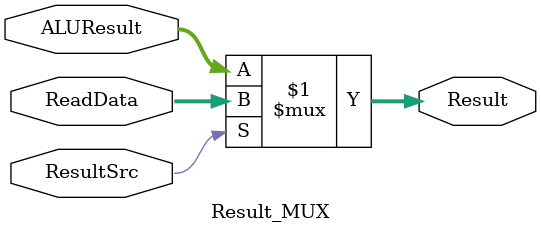
<source format=v>
module Result_MUX (
    input [31:0] ALUResult, ReadData,
    input ResultSrc,
    output [31:0] Result
);

    assign Result = (ResultSrc) ? ReadData : ALUResult;
    
endmodule
</source>
